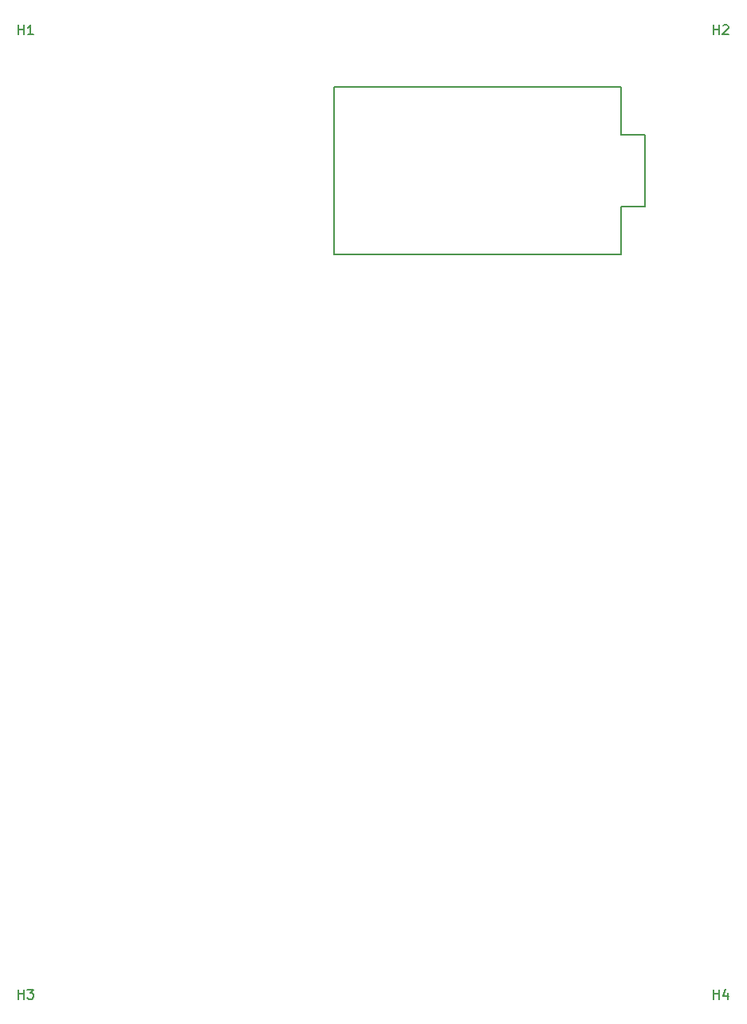
<source format=gbr>
%TF.GenerationSoftware,KiCad,Pcbnew,(5.1.10)-1*%
%TF.CreationDate,2021-05-19T15:55:05-05:00*%
%TF.ProjectId,smol-keypad,736d6f6c-2d6b-4657-9970-61642e6b6963,rev?*%
%TF.SameCoordinates,Original*%
%TF.FileFunction,Legend,Top*%
%TF.FilePolarity,Positive*%
%FSLAX46Y46*%
G04 Gerber Fmt 4.6, Leading zero omitted, Abs format (unit mm)*
G04 Created by KiCad (PCBNEW (5.1.10)-1) date 2021-05-19 15:55:05*
%MOMM*%
%LPD*%
G01*
G04 APERTURE LIST*
%ADD10C,0.150000*%
G04 APERTURE END LIST*
D10*
%TO.C,U1*%
X157321250Y-33178750D02*
X126841250Y-33178750D01*
X157321250Y-38258750D02*
X157321250Y-33178750D01*
X159861250Y-38258750D02*
X157321250Y-38258750D01*
X159861250Y-45878750D02*
X159861250Y-38258750D01*
X157321250Y-45878750D02*
X159861250Y-45878750D01*
X157321250Y-50958750D02*
X157321250Y-45878750D01*
X126841250Y-50958750D02*
X157321250Y-50958750D01*
X126841250Y-33178750D02*
X126841250Y-50958750D01*
%TO.C,H4*%
X167116079Y-130006956D02*
X167116079Y-129006956D01*
X167116079Y-129483147D02*
X167687507Y-129483147D01*
X167687507Y-130006956D02*
X167687507Y-129006956D01*
X168592269Y-129340290D02*
X168592269Y-130006956D01*
X168354174Y-128959337D02*
X168116079Y-129673623D01*
X168735126Y-129673623D01*
%TO.C,H3*%
X93297391Y-130006956D02*
X93297391Y-129006956D01*
X93297391Y-129483147D02*
X93868819Y-129483147D01*
X93868819Y-130006956D02*
X93868819Y-129006956D01*
X94249772Y-129006956D02*
X94868819Y-129006956D01*
X94535486Y-129387909D01*
X94678343Y-129387909D01*
X94773581Y-129435528D01*
X94821200Y-129483147D01*
X94868819Y-129578385D01*
X94868819Y-129816480D01*
X94821200Y-129911718D01*
X94773581Y-129959337D01*
X94678343Y-130006956D01*
X94392629Y-130006956D01*
X94297391Y-129959337D01*
X94249772Y-129911718D01*
%TO.C,H2*%
X167116079Y-27613292D02*
X167116079Y-26613292D01*
X167116079Y-27089483D02*
X167687507Y-27089483D01*
X167687507Y-27613292D02*
X167687507Y-26613292D01*
X168116079Y-26708531D02*
X168163698Y-26660912D01*
X168258936Y-26613292D01*
X168497031Y-26613292D01*
X168592269Y-26660912D01*
X168639888Y-26708531D01*
X168687507Y-26803769D01*
X168687507Y-26899007D01*
X168639888Y-27041864D01*
X168068460Y-27613292D01*
X168687507Y-27613292D01*
%TO.C,H1*%
X93297391Y-27613292D02*
X93297391Y-26613292D01*
X93297391Y-27089483D02*
X93868819Y-27089483D01*
X93868819Y-27613292D02*
X93868819Y-26613292D01*
X94868819Y-27613292D02*
X94297391Y-27613292D01*
X94583105Y-27613292D02*
X94583105Y-26613292D01*
X94487867Y-26756150D01*
X94392629Y-26851388D01*
X94297391Y-26899007D01*
%TD*%
M02*

</source>
